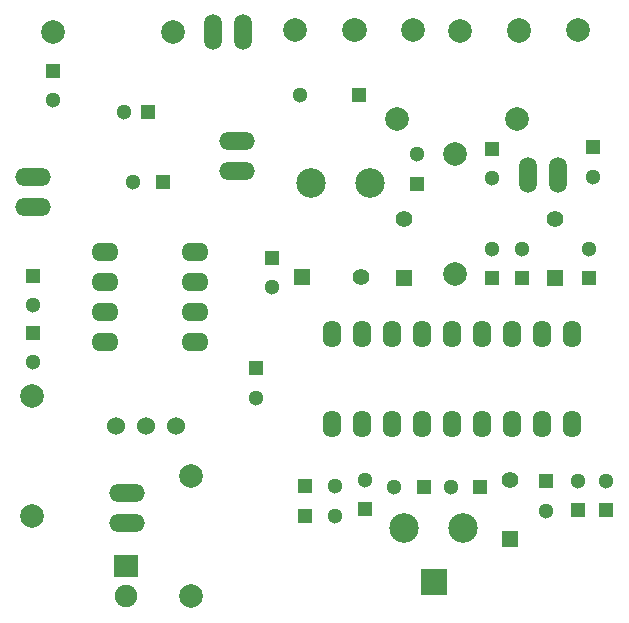
<source format=gbr>
G04 #@! TF.FileFunction,Copper,L1,Top,Signal*
%FSLAX46Y46*%
G04 Gerber Fmt 4.6, Leading zero omitted, Abs format (unit mm)*
G04 Created by KiCad (PCBNEW 4.0.2-stable) date Сб 01 окт 2016 22:47:06*
%MOMM*%
G01*
G04 APERTURE LIST*
%ADD10C,0.100000*%
%ADD11R,1.300000X1.300000*%
%ADD12C,1.300000*%
%ADD13O,3.014980X1.506220*%
%ADD14O,1.506220X3.014980*%
%ADD15C,1.998980*%
%ADD16R,1.400000X1.400000*%
%ADD17C,1.400000*%
%ADD18O,1.600000X2.300000*%
%ADD19R,2.000000X1.900000*%
%ADD20C,1.900000*%
%ADD21C,2.499360*%
%ADD22R,2.235200X2.235200*%
%ADD23O,2.300000X1.600000*%
%ADD24C,1.524000*%
G04 APERTURE END LIST*
D10*
D11*
X134772400Y-155448000D03*
D12*
X134772400Y-152948000D03*
D11*
X132334000Y-155448000D03*
D12*
X132334000Y-152948000D03*
D11*
X129692400Y-152958800D03*
D12*
X129692400Y-155458800D03*
D11*
X133299200Y-135788400D03*
D12*
X133299200Y-133288400D03*
D11*
X124079000Y-153479500D03*
D12*
X121579000Y-153479500D03*
D11*
X127609600Y-135813800D03*
D12*
X127609600Y-133313800D03*
D11*
X119316500Y-153479500D03*
D12*
X116816500Y-153479500D03*
D11*
X125069600Y-135813800D03*
D12*
X125069600Y-133313800D03*
D11*
X133604000Y-124714000D03*
D12*
X133604000Y-127214000D03*
D11*
X114300000Y-155346400D03*
D12*
X114300000Y-152846400D03*
D11*
X109270800Y-155956000D03*
D12*
X111770800Y-155956000D03*
D11*
X109270800Y-153416000D03*
D12*
X111770800Y-153416000D03*
D11*
X106476800Y-134061200D03*
D12*
X106476800Y-136561200D03*
D11*
X118719600Y-127812800D03*
D12*
X118719600Y-125312800D03*
D11*
X125120400Y-124815600D03*
D12*
X125120400Y-127315600D03*
D11*
X113842800Y-120243600D03*
D12*
X108842800Y-120243600D03*
D13*
X94170500Y-156502100D03*
X94170500Y-153962100D03*
D14*
X130657600Y-127050800D03*
X128117600Y-127050800D03*
D13*
X103479600Y-124206000D03*
X103479600Y-126746000D03*
D15*
X127203200Y-122326400D03*
X117043200Y-122326400D03*
X121920000Y-135445500D03*
X121920000Y-125285500D03*
D16*
X117652800Y-135737600D03*
D17*
X117652800Y-130737600D03*
D18*
X131826000Y-140525500D03*
X129286000Y-140525500D03*
X126746000Y-140525500D03*
X124206000Y-140525500D03*
X121666000Y-140525500D03*
X119126000Y-140525500D03*
X116586000Y-140525500D03*
X114046000Y-140525500D03*
X111506000Y-140525500D03*
X111506000Y-148145500D03*
X114046000Y-148145500D03*
X116586000Y-148145500D03*
X119126000Y-148145500D03*
X121666000Y-148145500D03*
X124206000Y-148145500D03*
X126746000Y-148145500D03*
X129286000Y-148145500D03*
X131826000Y-148145500D03*
D19*
X94107000Y-160185100D03*
D20*
X94107000Y-162725100D03*
D15*
X99631500Y-152565100D03*
X99631500Y-162725100D03*
D11*
X105105200Y-143408400D03*
D12*
X105105200Y-145908400D03*
D21*
X117642640Y-156972000D03*
X122641360Y-156972000D03*
X114767360Y-127762000D03*
X109768640Y-127762000D03*
D15*
X132394960Y-114808000D03*
X127393700Y-114808000D03*
X127378460Y-114820700D03*
X122377200Y-114820700D03*
X108447840Y-114808000D03*
X113449100Y-114808000D03*
X113426240Y-114808000D03*
X118427500Y-114808000D03*
D16*
X126593600Y-157886400D03*
D17*
X126593600Y-152886400D03*
D16*
X130454400Y-135737600D03*
D17*
X130454400Y-130737600D03*
D16*
X109016800Y-135686800D03*
D17*
X114016800Y-135686800D03*
D22*
X120192800Y-161493200D03*
D11*
X97231200Y-127609600D03*
D12*
X94731200Y-127609600D03*
D11*
X87884000Y-118211600D03*
D12*
X87884000Y-120711600D03*
D14*
X104038400Y-114960400D03*
X101498400Y-114960400D03*
D15*
X87884000Y-114960400D03*
X98044000Y-114960400D03*
D23*
X92303600Y-133604000D03*
X92303600Y-136144000D03*
X92303600Y-138684000D03*
X92303600Y-141224000D03*
X99923600Y-141224000D03*
X99923600Y-138684000D03*
X99923600Y-136144000D03*
X99923600Y-133604000D03*
D24*
X95758000Y-148310600D03*
X98298000Y-148310600D03*
X93218000Y-148310600D03*
D11*
X95961200Y-121716800D03*
D12*
X93961200Y-121716800D03*
D11*
X86207600Y-135585200D03*
D12*
X86207600Y-138085200D03*
D11*
X86207600Y-140411200D03*
D12*
X86207600Y-142911200D03*
D15*
X86156800Y-145796000D03*
X86156800Y-155956000D03*
D13*
X86207600Y-127254000D03*
X86207600Y-129794000D03*
M02*

</source>
